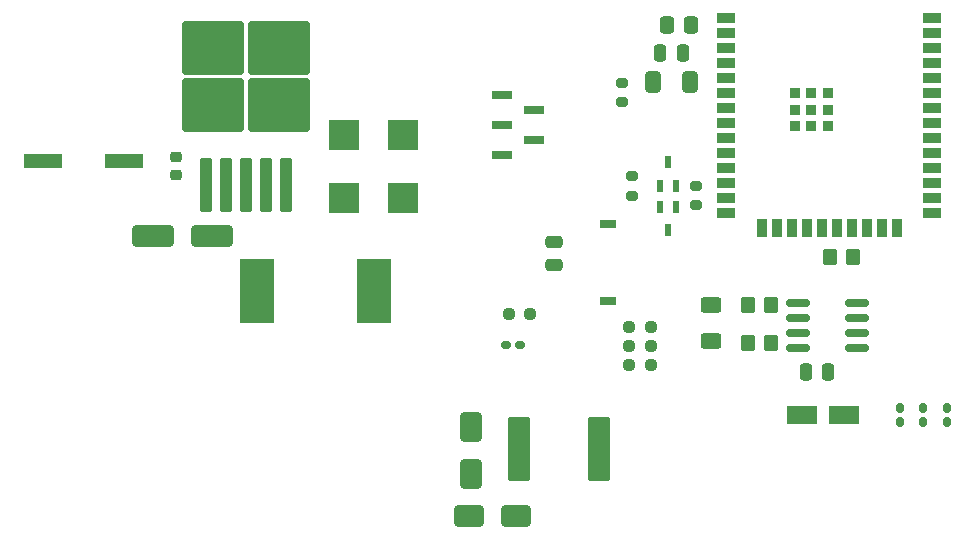
<source format=gtp>
%TF.GenerationSoftware,KiCad,Pcbnew,9.0.7*%
%TF.CreationDate,2026-01-28T21:35:42+01:00*%
%TF.ProjectId,modbus-to-x,6d6f6462-7573-42d7-946f-2d782e6b6963,rev?*%
%TF.SameCoordinates,Original*%
%TF.FileFunction,Paste,Top*%
%TF.FilePolarity,Positive*%
%FSLAX46Y46*%
G04 Gerber Fmt 4.6, Leading zero omitted, Abs format (unit mm)*
G04 Created by KiCad (PCBNEW 9.0.7) date 2026-01-28 21:35:42*
%MOMM*%
%LPD*%
G01*
G04 APERTURE LIST*
G04 Aperture macros list*
%AMRoundRect*
0 Rectangle with rounded corners*
0 $1 Rounding radius*
0 $2 $3 $4 $5 $6 $7 $8 $9 X,Y pos of 4 corners*
0 Add a 4 corners polygon primitive as box body*
4,1,4,$2,$3,$4,$5,$6,$7,$8,$9,$2,$3,0*
0 Add four circle primitives for the rounded corners*
1,1,$1+$1,$2,$3*
1,1,$1+$1,$4,$5*
1,1,$1+$1,$6,$7*
1,1,$1+$1,$8,$9*
0 Add four rect primitives between the rounded corners*
20,1,$1+$1,$2,$3,$4,$5,0*
20,1,$1+$1,$4,$5,$6,$7,0*
20,1,$1+$1,$6,$7,$8,$9,0*
20,1,$1+$1,$8,$9,$2,$3,0*%
G04 Aperture macros list end*
%ADD10RoundRect,0.225000X0.250000X-0.225000X0.250000X0.225000X-0.250000X0.225000X-0.250000X-0.225000X0*%
%ADD11RoundRect,0.250000X-1.050000X-0.550000X1.050000X-0.550000X1.050000X0.550000X-1.050000X0.550000X0*%
%ADD12RoundRect,0.250000X0.300000X-2.050000X0.300000X2.050000X-0.300000X2.050000X-0.300000X-2.050000X0*%
%ADD13RoundRect,0.250000X2.375000X-2.025000X2.375000X2.025000X-2.375000X2.025000X-2.375000X-2.025000X0*%
%ADD14R,3.302000X1.219200*%
%ADD15RoundRect,0.237500X-0.250000X-0.237500X0.250000X-0.237500X0.250000X0.237500X-0.250000X0.237500X0*%
%ADD16R,2.499995X2.560396*%
%ADD17RoundRect,0.250000X-0.475000X0.250000X-0.475000X-0.250000X0.475000X-0.250000X0.475000X0.250000X0*%
%ADD18R,0.500000X1.000000*%
%ADD19RoundRect,0.160000X0.160000X-0.222500X0.160000X0.222500X-0.160000X0.222500X-0.160000X-0.222500X0*%
%ADD20RoundRect,0.250000X-1.000000X-0.650000X1.000000X-0.650000X1.000000X0.650000X-1.000000X0.650000X0*%
%ADD21RoundRect,0.250000X0.650000X-1.000000X0.650000X1.000000X-0.650000X1.000000X-0.650000X-1.000000X0*%
%ADD22RoundRect,0.250000X-0.350000X-0.450000X0.350000X-0.450000X0.350000X0.450000X-0.350000X0.450000X0*%
%ADD23RoundRect,0.250000X0.412500X0.650000X-0.412500X0.650000X-0.412500X-0.650000X0.412500X-0.650000X0*%
%ADD24RoundRect,0.200000X0.275000X-0.200000X0.275000X0.200000X-0.275000X0.200000X-0.275000X-0.200000X0*%
%ADD25RoundRect,0.250000X-0.337500X-0.475000X0.337500X-0.475000X0.337500X0.475000X-0.337500X0.475000X0*%
%ADD26RoundRect,0.250000X-0.625000X0.400000X-0.625000X-0.400000X0.625000X-0.400000X0.625000X0.400000X0*%
%ADD27RoundRect,0.250000X-0.250000X-0.475000X0.250000X-0.475000X0.250000X0.475000X-0.250000X0.475000X0*%
%ADD28RoundRect,0.150000X0.825000X0.150000X-0.825000X0.150000X-0.825000X-0.150000X0.825000X-0.150000X0*%
%ADD29R,2.900000X5.400000*%
%ADD30RoundRect,0.200000X-0.275000X0.200000X-0.275000X-0.200000X0.275000X-0.200000X0.275000X0.200000X0*%
%ADD31RoundRect,0.237500X0.250000X0.237500X-0.250000X0.237500X-0.250000X-0.237500X0.250000X-0.237500X0*%
%ADD32RoundRect,0.250000X1.500000X0.650000X-1.500000X0.650000X-1.500000X-0.650000X1.500000X-0.650000X0*%
%ADD33RoundRect,0.160000X0.222500X0.160000X-0.222500X0.160000X-0.222500X-0.160000X0.222500X-0.160000X0*%
%ADD34RoundRect,0.250000X-0.712500X-2.475000X0.712500X-2.475000X0.712500X2.475000X-0.712500X2.475000X0*%
%ADD35R,1.346200X0.660400*%
%ADD36R,1.500000X0.900000*%
%ADD37R,0.900000X1.500000*%
%ADD38R,0.900000X0.900000*%
%ADD39R,1.700000X0.740000*%
G04 APERTURE END LIST*
D10*
%TO.C,C3*%
X62200000Y-102675000D03*
X62200000Y-101125000D03*
%TD*%
D11*
%TO.C,C22*%
X118820555Y-122968067D03*
X115220555Y-122968067D03*
%TD*%
D12*
%TO.C,U1*%
X71550000Y-103500000D03*
X69850000Y-103500000D03*
X68150000Y-103500000D03*
X66450000Y-103500000D03*
X64750000Y-103500000D03*
D13*
X70925000Y-91925000D03*
X65375000Y-91925000D03*
X70925000Y-96775000D03*
X65375000Y-96775000D03*
%TD*%
D14*
%TO.C,C6*%
X50945600Y-101450000D03*
X57854400Y-101450000D03*
%TD*%
D15*
%TO.C,R17*%
X100603500Y-117136300D03*
X102428500Y-117136300D03*
%TD*%
D16*
%TO.C,C1*%
X76489608Y-104599895D03*
X76489608Y-99255507D03*
%TD*%
D17*
%TO.C,C2*%
X94200000Y-108350000D03*
X94200000Y-110250000D03*
%TD*%
D18*
%TO.C,Q2*%
X104551000Y-105359200D03*
X103251000Y-105359200D03*
X103901000Y-107359200D03*
%TD*%
D19*
%TO.C,D5*%
X125505650Y-123570500D03*
X125505650Y-122425500D03*
%TD*%
%TO.C,D6*%
X123515650Y-123570500D03*
X123515650Y-122425500D03*
%TD*%
D20*
%TO.C,D7*%
X87000000Y-131500000D03*
X91000000Y-131500000D03*
%TD*%
D21*
%TO.C,D8*%
X87196875Y-128000000D03*
X87196875Y-124000000D03*
%TD*%
D15*
%TO.C,R16*%
X100603500Y-115498000D03*
X102428500Y-115498000D03*
%TD*%
D22*
%TO.C,R2*%
X110642400Y-113690400D03*
X112642400Y-113690400D03*
%TD*%
D23*
%TO.C,C4*%
X105762500Y-94800000D03*
X102637500Y-94800000D03*
%TD*%
D24*
%TO.C,R19*%
X100800000Y-104425000D03*
X100800000Y-102775000D03*
%TD*%
D15*
%TO.C,R18*%
X100603500Y-118774600D03*
X102428500Y-118774600D03*
%TD*%
D25*
%TO.C,C25*%
X103762500Y-90000000D03*
X105837500Y-90000000D03*
%TD*%
D22*
%TO.C,R15*%
X117592600Y-109601000D03*
X119592600Y-109601000D03*
%TD*%
D26*
%TO.C,R1*%
X107527600Y-113664400D03*
X107527600Y-116764400D03*
%TD*%
D27*
%TO.C,C7*%
X115569200Y-119329200D03*
X117469200Y-119329200D03*
%TD*%
D28*
%TO.C,U3*%
X119877200Y-117285700D03*
X119877200Y-116015700D03*
X119877200Y-114745700D03*
X119877200Y-113475700D03*
X114927200Y-113475700D03*
X114927200Y-114745700D03*
X114927200Y-116015700D03*
X114927200Y-117285700D03*
%TD*%
D29*
%TO.C,L1*%
X79000000Y-112500000D03*
X69100000Y-112500000D03*
%TD*%
D30*
%TO.C,R4*%
X100000000Y-94875000D03*
X100000000Y-96525000D03*
%TD*%
D16*
%TO.C,C8*%
X81450000Y-104599895D03*
X81450000Y-99255507D03*
%TD*%
D22*
%TO.C,R14*%
X110642400Y-116890800D03*
X112642400Y-116890800D03*
%TD*%
D19*
%TO.C,D4*%
X127495650Y-123570500D03*
X127495650Y-122425500D03*
%TD*%
D31*
%TO.C,R3*%
X92225000Y-114400000D03*
X90400000Y-114400000D03*
%TD*%
D32*
%TO.C,D2*%
X65250000Y-107850000D03*
X60250000Y-107850000D03*
%TD*%
D27*
%TO.C,C24*%
X103250000Y-92300000D03*
X105150000Y-92300000D03*
%TD*%
D33*
%TO.C,D1*%
X91345000Y-117032500D03*
X90200000Y-117032500D03*
%TD*%
D34*
%TO.C,F1*%
X91312500Y-125900000D03*
X98087500Y-125900000D03*
%TD*%
D35*
%TO.C,SW4*%
X98800000Y-113376600D03*
X98800000Y-106823400D03*
%TD*%
D18*
%TO.C,Q1*%
X103251000Y-103600000D03*
X104551000Y-103600000D03*
X103901000Y-101600000D03*
%TD*%
D36*
%TO.C,IC1*%
X108781800Y-89405400D03*
X108781800Y-90675400D03*
X108781800Y-91945400D03*
X108781800Y-93215400D03*
X108781800Y-94485400D03*
X108781800Y-95755400D03*
X108781800Y-97025400D03*
X108781800Y-98295400D03*
X108781800Y-99565400D03*
X108781800Y-100835400D03*
X108781800Y-102105400D03*
X108781800Y-103375400D03*
X108781800Y-104645400D03*
X108781800Y-105915400D03*
D37*
X111821800Y-107165400D03*
X113091800Y-107165400D03*
X114361800Y-107165400D03*
X115631800Y-107165400D03*
X116901800Y-107165400D03*
X118171800Y-107165400D03*
X119441800Y-107165400D03*
X120711800Y-107165400D03*
X121981800Y-107165400D03*
X123251800Y-107165400D03*
D36*
X126281800Y-105915400D03*
X126281800Y-104645400D03*
X126281800Y-103375400D03*
X126281800Y-102105400D03*
X126281800Y-100835400D03*
X126281800Y-99565400D03*
X126281800Y-98295400D03*
X126281800Y-97025400D03*
X126281800Y-95755400D03*
X126281800Y-94485400D03*
X126281800Y-93215400D03*
X126281800Y-91945400D03*
X126281800Y-90675400D03*
X126281800Y-89405400D03*
D38*
X114631800Y-95725400D03*
X114631800Y-97125400D03*
X114631800Y-98525400D03*
X116031800Y-95725400D03*
X116031800Y-97125400D03*
X116031800Y-98525400D03*
X117431800Y-95725400D03*
X117431800Y-97125400D03*
X117431800Y-98525400D03*
%TD*%
D39*
%TO.C,J4*%
X89850000Y-100940000D03*
X92550000Y-99670000D03*
X89850000Y-98400000D03*
X92550000Y-97130000D03*
X89850000Y-95860000D03*
%TD*%
D24*
%TO.C,R5*%
X106300000Y-105225000D03*
X106300000Y-103575000D03*
%TD*%
M02*

</source>
